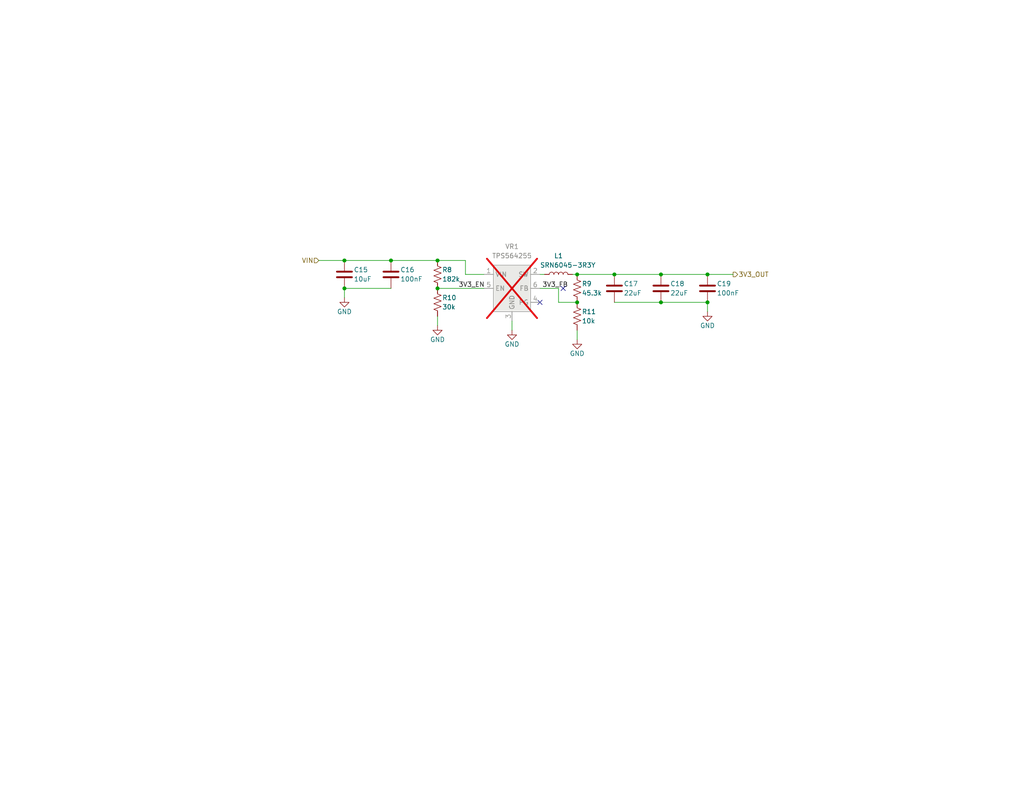
<source format=kicad_sch>
(kicad_sch (version 20230121) (generator eeschema)
  (paper "A")
  (title_block (title "Protogen Power Supply") (date "2023-12-07") (rev "1") (company "MyloWhylo Mechatronics Inc."))
  (lib_symbols
    (symbol "Device:C" (pin_numbers hide) (pin_names (offset 0.254))
      (property "Reference" "C" (at 0.635 2.54 0))
      (property "Value" "C" (at 0.635 -2.54 0))
      (symbol "C_0_1"
        (polyline (pts (xy -2.032 -0.762) (xy 2.032 -0.762)) (stroke (width 0.508)))
        (polyline (pts (xy -2.032 0.762) (xy 2.032 0.762)) (stroke (width 0.508)))
      )
      (symbol "C_1_1"
        (pin passive line (at 0 3.81 270) (length 2.794) (name "~") (number "1"))
        (pin passive line (at 0 -3.81 90) (length 2.794) (name "~") (number "2"))
      )
    )
    (symbol "Device:L" (pin_numbers hide) (pin_names (offset 1.016) hide)
      (property "Reference" "L" (at -1.27 0 90))
      (property "Value" "L" (at 1.905 0 90))
      (symbol "L_0_1"
        (arc (start 0 -2.54) (mid 0.6323 -1.905) (end 0 -1.27))
        (arc (start 0 -1.27) (mid 0.6323 -0.635) (end 0 0))
        (arc (start 0 0) (mid 0.6323 0.635) (end 0 1.27))
        (arc (start 0 1.27) (mid 0.6323 1.905) (end 0 2.54))
      )
      (symbol "L_1_1"
        (pin passive line (at 0 3.81 270) (length 1.27) (name "1") (number "1"))
        (pin passive line (at 0 -3.81 90) (length 1.27) (name "2") (number "2"))
      )
    )
    (symbol "Device:R_US" (pin_numbers hide) (pin_names (offset 0))
      (property "Reference" "R" (at 2.54 0 90))
      (property "Value" "R_US" (at -2.54 0 90))
      (symbol "R_US_0_1"
        (polyline (pts (xy 0 -2.286) (xy 0 -2.54)))
        (polyline (pts (xy 0 2.286) (xy 0 2.54)))
        (polyline (pts (xy 0 -0.762) (xy 1.016 -1.143) (xy 0 -1.524) (xy -1.016 -1.905) (xy 0 -2.286)))
        (polyline (pts (xy 0 0.762) (xy 1.016 0.381) (xy 0 0) (xy -1.016 -0.381) (xy 0 -0.762)))
        (polyline (pts (xy 0 2.286) (xy 1.016 1.905) (xy 0 1.524) (xy -1.016 1.143) (xy 0 0.762)))
      )
      (symbol "R_US_1_1"
        (pin passive line (at 0 3.81 270) (length 1.27) (name "~") (number "1"))
        (pin passive line (at 0 -3.81 90) (length 1.27) (name "~") (number "2"))
      )
    )
    (symbol "ProtoPico_Symbols:TPS56425x"
      (property "Reference" "VR" (at 0 10.16 0))
      (property "Value" "TPS56425x" (at 0 0 0))
      (symbol "TPS56425x_1_1"
        (rectangle (start -5.08 6.35) (end 5.08 -6.35) (fill (type background)))
        (pin power_in line (at -7.62 3.81 0) (length 2.54) (name "VIN") (number "1"))
        (pin power_out line (at 7.62 3.81 180) (length 2.54) (name "SW") (number "2"))
        (pin power_out line (at 0 -8.89 90) (length 2.54) (name "GND") (number "3"))
        (pin open_collector line (at 7.62 -3.81 180) (length 2.54) (name "PG") (number "4"))
        (pin input line (at -7.62 0 0) (length 2.54) (name "EN") (number "5"))
        (pin input line (at 7.62 0 180) (length 2.54) (name "FB") (number "6"))
      )
    )
    (symbol "power:GND" (power) (pin_names (offset 0))
      (property "Value" "GND" (at 0 -3.81 0))
      (symbol "GND_0_1"
        (polyline (pts (xy 0 0) (xy 0 -1.27) (xy 1.27 -1.27) (xy 0 -2.54) (xy -1.27 -1.27) (xy 0 -1.27)))
      )
      (symbol "GND_1_1"
        (pin power_in line (at 0 0 270) (length 0) hide (name "GND") (number "1"))
      )
    )
  )
  (junction (at 119.38 78.74))
  (junction (at 157.48 74.93))
  (junction (at 119.38 71.12))
  (junction (at 157.48 82.55))
  (junction (at 167.64 74.93))
  (junction (at 106.68 71.12))
  (junction (at 93.98 71.12))
  (junction (at 193.04 82.55))
  (junction (at 180.34 74.93))
  (junction (at 93.98 78.74))
  (junction (at 193.04 74.93))
  (junction (at 180.34 82.55))
  (no_connect (at 147.32 82.55))
  (no_connect (at 153.67 78.74))
  (wire (pts (xy 86.995 71.12) (xy 93.98 71.12)))
  (wire (pts (xy 119.38 86.36) (xy 119.38 88.9)))
  (wire (pts (xy 180.34 82.55) (xy 193.04 82.55)))
  (wire (pts (xy 127 74.93) (xy 132.08 74.93)))
  (wire (pts (xy 167.64 82.55) (xy 180.34 82.55)))
  (wire (pts (xy 119.38 71.12) (xy 127 71.12)))
  (wire (pts (xy 93.98 78.74) (xy 106.68 78.74)))
  (wire (pts (xy 119.38 78.74) (xy 132.08 78.74)))
  (wire (pts (xy 157.48 92.71) (xy 157.48 90.17)))
  (wire (pts (xy 193.04 82.55) (xy 193.04 85.09)))
  (wire (pts (xy 147.32 74.93) (xy 148.59 74.93)))
  (wire (pts (xy 156.21 74.93) (xy 157.48 74.93)))
  (wire (pts (xy 93.98 71.12) (xy 106.68 71.12)))
  (wire (pts (xy 157.48 74.93) (xy 167.64 74.93)))
  (wire (pts (xy 127 71.12) (xy 127 74.93)))
  (wire (pts (xy 193.04 74.93) (xy 200.025 74.93)))
  (wire (pts (xy 93.98 78.74) (xy 93.98 81.28)))
  (wire (pts (xy 106.68 71.12) (xy 119.38 71.12)))
  (wire (pts (xy 139.7 87.63) (xy 139.7 90.17)))
  (wire (pts (xy 180.34 74.93) (xy 193.04 74.93)))
  (wire (pts (xy 152.4 78.74) (xy 152.4 82.55)))
  (wire (pts (xy 147.32 78.74) (xy 152.4 78.74)))
  (wire (pts (xy 152.4 82.55) (xy 157.48 82.55)))
  (wire (pts (xy 167.64 74.93) (xy 180.34 74.93)))
  (label "3V3_EN" (at 125.095 78.74 0))
  (label "3V3_FB" (at 147.955 78.74 0))
  (hierarchical_label "VIN" (shape input) (at 86.995 71.12 180))
  (hierarchical_label "3V3_OUT" (shape output) (at 200.025 74.93 0))
  (symbol (lib_id "Device:L") (at 152.4 74.93 90) (unit 1)
    (property "Reference" "L1" (at 152.4 69.85 90))
    (property "Value" "SRN6045-3R3Y" (at 154.94 72.39 90))
    (property "Footprint" "Inductor_SMD:L_Bourns-SRN6028" (effects hide))
  )
  (symbol (lib_id "ProtoPico_Symbols:TPS56425x") (at 139.7 78.74 0) (unit 1) (dnp yes)
    (property "Reference" "VR1" (at 139.7 67.31 0))
    (property "Value" "TPS564255" (at 139.7 69.85 0))
    (property "Footprint" "Package_TO_SOT_SMD:SOT-563" (effects hide))
    (property "Datasheet" "https://www.ti.com/lit/ds/symlink/tps564252.pdf" (effects hide))
  )
  (symbol (lib_id "Device:C") (at 193.04 78.74 0) (unit 1)
    (property "Reference" "C19" (at 195.58 77.47 0) (effects (justify left)))
    (property "Value" "100nF" (at 195.58 80.01 0) (effects (justify left)))
    (property "Footprint" "Capacitor_SMD:C_0603_1608Metric" (effects hide))
  )
  (symbol (lib_id "Device:C") (at 106.68 74.93 0) (unit 1)
    (property "Reference" "C16" (at 109.22 73.66 0) (effects (justify left)))
    (property "Value" "100nF" (at 109.22 76.2 0) (effects (justify left)))
    (property "Footprint" "Capacitor_SMD:C_0603_1608Metric" (effects hide))
  )
  (symbol (lib_id "Device:R_US") (at 119.38 82.55 0) (unit 1)
    (property "Reference" "R10" (at 120.65 81.28 0) (effects (justify left)))
    (property "Value" "30k" (at 120.65 83.82 0) (effects (justify left)))
    (property "Footprint" "Resistor_SMD:R_0805_2012Metric_Pad1.20x1.40mm_HandSolder" (effects hide))
  )
  (symbol (lib_id "power:GND") (at 157.48 92.71 0) (unit 1)
    (property "Reference" "#PWR056" (effects hide))
    (property "Value" "GND" (at 157.48 96.52 0))
  )
  (symbol (lib_id "Device:R_US") (at 157.48 86.36 0) (unit 1)
    (property "Reference" "R11" (at 158.75 85.09 0) (effects (justify left)))
    (property "Value" "10k" (at 158.75 87.63 0) (effects (justify left)))
    (property "Footprint" "Resistor_SMD:R_0402_1005Metric" (effects hide))
  )
  (symbol (lib_id "Device:C") (at 93.98 74.93 0) (unit 1)
    (property "Reference" "C15" (at 96.52 73.66 0) (effects (justify left)))
    (property "Value" "10uF" (at 96.52 76.2 0) (effects (justify left)))
    (property "Footprint" "Capacitor_SMD:C_0805_2012Metric" (effects hide))
  )
  (symbol (lib_id "power:GND") (at 119.38 88.9 0) (unit 1)
    (property "Reference" "#PWR054" (effects hide))
    (property "Value" "GND" (at 119.38 92.71 0))
  )
  (symbol (lib_id "power:GND") (at 139.7 90.17 0) (unit 1)
    (property "Reference" "#PWR055" (effects hide))
    (property "Value" "GND" (at 139.7 93.98 0))
  )
  (symbol (lib_id "Device:R_US") (at 157.48 78.74 0) (unit 1)
    (property "Reference" "R9" (at 158.75 77.47 0) (effects (justify left)))
    (property "Value" "45.3k" (at 158.75 80.01 0) (effects (justify left)))
    (property "Footprint" "Resistor_SMD:R_0402_1005Metric" (effects hide))
  )
  (symbol (lib_id "Device:C") (at 180.34 78.74 0) (unit 1)
    (property "Reference" "C18" (at 182.88 77.47 0) (effects (justify left)))
    (property "Value" "22uF" (at 182.88 80.01 0) (effects (justify left)))
    (property "Footprint" "Capacitor_SMD:C_0805_2012Metric" (effects hide))
  )
  (symbol (lib_id "Device:C") (at 167.64 78.74 0) (unit 1)
    (property "Reference" "C17" (at 170.18 77.47 0) (effects (justify left)))
    (property "Value" "22uF" (at 170.18 80.01 0) (effects (justify left)))
    (property "Footprint" "Capacitor_SMD:C_0805_2012Metric" (effects hide))
  )
  (symbol (lib_id "power:GND") (at 93.98 81.28 0) (unit 1)
    (property "Reference" "#PWR052" (effects hide))
    (property "Value" "GND" (at 93.98 85.09 0))
  )
  (symbol (lib_id "Device:R_US") (at 119.38 74.93 0) (unit 1)
    (property "Reference" "R8" (at 120.65 73.66 0) (effects (justify left)))
    (property "Value" "182k" (at 120.65 76.2 0) (effects (justify left)))
    (property "Footprint" "Resistor_SMD:R_0805_2012Metric_Pad1.20x1.40mm_HandSolder" (effects hide))
  )
  (symbol (lib_id "power:GND") (at 193.04 85.09 0) (unit 1)
    (property "Reference" "#PWR053" (effects hide))
    (property "Value" "GND" (at 193.04 88.9 0))
  )
)
</source>
